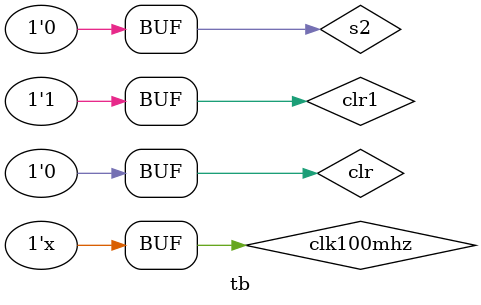
<source format=v>
`timescale 1ns / 1ps  
module tb();  
reg S0,S1,S2,S3,S4;
reg clr,clr0,clr1,clk100mhz;
wire sound,power;
wire [7:0] pos;
wire [15:0] seg;
initial  
begin  
#100 clr = 1;
#200 clr1 = 1;
#300 clr = 0;
#400 clr = 0;
#500 s2 = 1;
#550 s2 = 0;
end  

always #10 clk100mhz=~clk100mhz;

main m1(S0,S1,S2,S3,S4,clr,clr0,clr1,clk100mhz,sound,power,pos,seg);
cpu U1(clr,s2,clk100mhz,clk6hz,start_,how_long,rhyme,single_music,sound,power,play_music,play_position); 
gpu U2(clr,clk190hz,single_music,play_music,control_position,play_position,pos[7:4],seg[15:8],pos[3:0],seg[7:0]);
control U3(clk6hz,clk100mhz,clr,clr0,clr1,s0,s1,s3,s4,start_,control_position,rhyme,single_music,how_long);
clkDiv C1(clk100mhz,clk190hz,clk6hz);


endmodule
</source>
